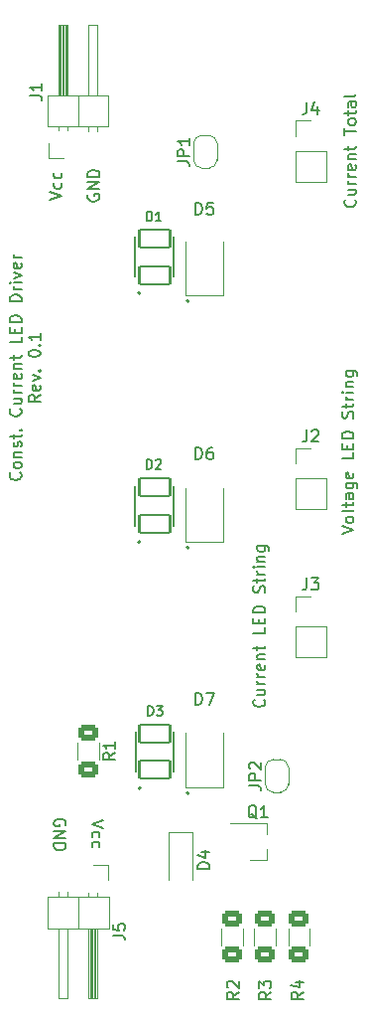
<source format=gto>
G04 #@! TF.GenerationSoftware,KiCad,Pcbnew,6.0.11-2627ca5db0~126~ubuntu22.04.1*
G04 #@! TF.CreationDate,2023-10-21T17:03:14+02:00*
G04 #@! TF.ProjectId,CC_LED_Driver,43435f4c-4544-45f4-9472-697665722e6b,rev?*
G04 #@! TF.SameCoordinates,Original*
G04 #@! TF.FileFunction,Legend,Top*
G04 #@! TF.FilePolarity,Positive*
%FSLAX46Y46*%
G04 Gerber Fmt 4.6, Leading zero omitted, Abs format (unit mm)*
G04 Created by KiCad (PCBNEW 6.0.11-2627ca5db0~126~ubuntu22.04.1) date 2023-10-21 17:03:14*
%MOMM*%
%LPD*%
G01*
G04 APERTURE LIST*
G04 Aperture macros list*
%AMRoundRect*
0 Rectangle with rounded corners*
0 $1 Rounding radius*
0 $2 $3 $4 $5 $6 $7 $8 $9 X,Y pos of 4 corners*
0 Add a 4 corners polygon primitive as box body*
4,1,4,$2,$3,$4,$5,$6,$7,$8,$9,$2,$3,0*
0 Add four circle primitives for the rounded corners*
1,1,$1+$1,$2,$3*
1,1,$1+$1,$4,$5*
1,1,$1+$1,$6,$7*
1,1,$1+$1,$8,$9*
0 Add four rect primitives between the rounded corners*
20,1,$1+$1,$2,$3,$4,$5,0*
20,1,$1+$1,$4,$5,$6,$7,0*
20,1,$1+$1,$6,$7,$8,$9,0*
20,1,$1+$1,$8,$9,$2,$3,0*%
%AMFreePoly0*
4,1,22,0.500000,-0.750000,0.000000,-0.750000,0.000000,-0.745033,-0.079941,-0.743568,-0.215256,-0.701293,-0.333266,-0.622738,-0.424486,-0.514219,-0.481581,-0.384460,-0.499164,-0.250000,-0.500000,-0.250000,-0.500000,0.250000,-0.499164,0.250000,-0.499963,0.256109,-0.478152,0.396186,-0.417904,0.524511,-0.324060,0.630769,-0.204165,0.706417,-0.067858,0.745374,0.000000,0.744959,0.000000,0.750000,
0.500000,0.750000,0.500000,-0.750000,0.500000,-0.750000,$1*%
%AMFreePoly1*
4,1,20,0.000000,0.744959,0.073905,0.744508,0.209726,0.703889,0.328688,0.626782,0.421226,0.519385,0.479903,0.390333,0.500000,0.250000,0.500000,-0.250000,0.499851,-0.262216,0.476331,-0.402017,0.414519,-0.529596,0.319384,-0.634700,0.198574,-0.708877,0.061801,-0.746166,0.000000,-0.745033,0.000000,-0.750000,-0.500000,-0.750000,-0.500000,0.750000,0.000000,0.750000,0.000000,0.744959,
0.000000,0.744959,$1*%
G04 Aperture macros list end*
%ADD10C,0.150000*%
%ADD11C,0.120000*%
%ADD12C,0.200000*%
%ADD13C,0.127000*%
%ADD14RoundRect,0.250000X-0.625000X0.400000X-0.625000X-0.400000X0.625000X-0.400000X0.625000X0.400000X0*%
%ADD15R,1.700000X1.700000*%
%ADD16O,1.700000X1.700000*%
%ADD17FreePoly0,90.000000*%
%ADD18FreePoly1,90.000000*%
%ADD19R,1.900000X0.800000*%
%ADD20R,2.200000X3.000000*%
%ADD21R,2.200000X2.050000*%
%ADD22RoundRect,0.102000X1.300000X-0.750000X1.300000X0.750000X-1.300000X0.750000X-1.300000X-0.750000X0*%
%ADD23R,1.200000X1.000000*%
G04 APERTURE END LIST*
D10*
X110802142Y-100178571D02*
X110849761Y-100226190D01*
X110897380Y-100369047D01*
X110897380Y-100464285D01*
X110849761Y-100607142D01*
X110754523Y-100702380D01*
X110659285Y-100750000D01*
X110468809Y-100797619D01*
X110325952Y-100797619D01*
X110135476Y-100750000D01*
X110040238Y-100702380D01*
X109945000Y-100607142D01*
X109897380Y-100464285D01*
X109897380Y-100369047D01*
X109945000Y-100226190D01*
X109992619Y-100178571D01*
X110897380Y-99607142D02*
X110849761Y-99702380D01*
X110802142Y-99750000D01*
X110706904Y-99797619D01*
X110421190Y-99797619D01*
X110325952Y-99750000D01*
X110278333Y-99702380D01*
X110230714Y-99607142D01*
X110230714Y-99464285D01*
X110278333Y-99369047D01*
X110325952Y-99321428D01*
X110421190Y-99273809D01*
X110706904Y-99273809D01*
X110802142Y-99321428D01*
X110849761Y-99369047D01*
X110897380Y-99464285D01*
X110897380Y-99607142D01*
X110230714Y-98845238D02*
X110897380Y-98845238D01*
X110325952Y-98845238D02*
X110278333Y-98797619D01*
X110230714Y-98702380D01*
X110230714Y-98559523D01*
X110278333Y-98464285D01*
X110373571Y-98416666D01*
X110897380Y-98416666D01*
X110849761Y-97988095D02*
X110897380Y-97892857D01*
X110897380Y-97702380D01*
X110849761Y-97607142D01*
X110754523Y-97559523D01*
X110706904Y-97559523D01*
X110611666Y-97607142D01*
X110564047Y-97702380D01*
X110564047Y-97845238D01*
X110516428Y-97940476D01*
X110421190Y-97988095D01*
X110373571Y-97988095D01*
X110278333Y-97940476D01*
X110230714Y-97845238D01*
X110230714Y-97702380D01*
X110278333Y-97607142D01*
X110230714Y-97273809D02*
X110230714Y-96892857D01*
X109897380Y-97130952D02*
X110754523Y-97130952D01*
X110849761Y-97083333D01*
X110897380Y-96988095D01*
X110897380Y-96892857D01*
X110802142Y-96559523D02*
X110849761Y-96511904D01*
X110897380Y-96559523D01*
X110849761Y-96607142D01*
X110802142Y-96559523D01*
X110897380Y-96559523D01*
X110802142Y-94750000D02*
X110849761Y-94797619D01*
X110897380Y-94940476D01*
X110897380Y-95035714D01*
X110849761Y-95178571D01*
X110754523Y-95273809D01*
X110659285Y-95321428D01*
X110468809Y-95369047D01*
X110325952Y-95369047D01*
X110135476Y-95321428D01*
X110040238Y-95273809D01*
X109945000Y-95178571D01*
X109897380Y-95035714D01*
X109897380Y-94940476D01*
X109945000Y-94797619D01*
X109992619Y-94750000D01*
X110230714Y-93892857D02*
X110897380Y-93892857D01*
X110230714Y-94321428D02*
X110754523Y-94321428D01*
X110849761Y-94273809D01*
X110897380Y-94178571D01*
X110897380Y-94035714D01*
X110849761Y-93940476D01*
X110802142Y-93892857D01*
X110897380Y-93416666D02*
X110230714Y-93416666D01*
X110421190Y-93416666D02*
X110325952Y-93369047D01*
X110278333Y-93321428D01*
X110230714Y-93226190D01*
X110230714Y-93130952D01*
X110897380Y-92797619D02*
X110230714Y-92797619D01*
X110421190Y-92797619D02*
X110325952Y-92750000D01*
X110278333Y-92702380D01*
X110230714Y-92607142D01*
X110230714Y-92511904D01*
X110849761Y-91797619D02*
X110897380Y-91892857D01*
X110897380Y-92083333D01*
X110849761Y-92178571D01*
X110754523Y-92226190D01*
X110373571Y-92226190D01*
X110278333Y-92178571D01*
X110230714Y-92083333D01*
X110230714Y-91892857D01*
X110278333Y-91797619D01*
X110373571Y-91750000D01*
X110468809Y-91750000D01*
X110564047Y-92226190D01*
X110230714Y-91321428D02*
X110897380Y-91321428D01*
X110325952Y-91321428D02*
X110278333Y-91273809D01*
X110230714Y-91178571D01*
X110230714Y-91035714D01*
X110278333Y-90940476D01*
X110373571Y-90892857D01*
X110897380Y-90892857D01*
X110230714Y-90559523D02*
X110230714Y-90178571D01*
X109897380Y-90416666D02*
X110754523Y-90416666D01*
X110849761Y-90369047D01*
X110897380Y-90273809D01*
X110897380Y-90178571D01*
X110897380Y-88607142D02*
X110897380Y-89083333D01*
X109897380Y-89083333D01*
X110373571Y-88273809D02*
X110373571Y-87940476D01*
X110897380Y-87797619D02*
X110897380Y-88273809D01*
X109897380Y-88273809D01*
X109897380Y-87797619D01*
X110897380Y-87369047D02*
X109897380Y-87369047D01*
X109897380Y-87130952D01*
X109945000Y-86988095D01*
X110040238Y-86892857D01*
X110135476Y-86845238D01*
X110325952Y-86797619D01*
X110468809Y-86797619D01*
X110659285Y-86845238D01*
X110754523Y-86892857D01*
X110849761Y-86988095D01*
X110897380Y-87130952D01*
X110897380Y-87369047D01*
X110897380Y-85607142D02*
X109897380Y-85607142D01*
X109897380Y-85369047D01*
X109945000Y-85226190D01*
X110040238Y-85130952D01*
X110135476Y-85083333D01*
X110325952Y-85035714D01*
X110468809Y-85035714D01*
X110659285Y-85083333D01*
X110754523Y-85130952D01*
X110849761Y-85226190D01*
X110897380Y-85369047D01*
X110897380Y-85607142D01*
X110897380Y-84607142D02*
X110230714Y-84607142D01*
X110421190Y-84607142D02*
X110325952Y-84559523D01*
X110278333Y-84511904D01*
X110230714Y-84416666D01*
X110230714Y-84321428D01*
X110897380Y-83988095D02*
X110230714Y-83988095D01*
X109897380Y-83988095D02*
X109945000Y-84035714D01*
X109992619Y-83988095D01*
X109945000Y-83940476D01*
X109897380Y-83988095D01*
X109992619Y-83988095D01*
X110230714Y-83607142D02*
X110897380Y-83369047D01*
X110230714Y-83130952D01*
X110849761Y-82369047D02*
X110897380Y-82464285D01*
X110897380Y-82654761D01*
X110849761Y-82750000D01*
X110754523Y-82797619D01*
X110373571Y-82797619D01*
X110278333Y-82750000D01*
X110230714Y-82654761D01*
X110230714Y-82464285D01*
X110278333Y-82369047D01*
X110373571Y-82321428D01*
X110468809Y-82321428D01*
X110564047Y-82797619D01*
X110897380Y-81892857D02*
X110230714Y-81892857D01*
X110421190Y-81892857D02*
X110325952Y-81845238D01*
X110278333Y-81797619D01*
X110230714Y-81702380D01*
X110230714Y-81607142D01*
X112507380Y-93559523D02*
X112031190Y-93892857D01*
X112507380Y-94130952D02*
X111507380Y-94130952D01*
X111507380Y-93750000D01*
X111555000Y-93654761D01*
X111602619Y-93607142D01*
X111697857Y-93559523D01*
X111840714Y-93559523D01*
X111935952Y-93607142D01*
X111983571Y-93654761D01*
X112031190Y-93750000D01*
X112031190Y-94130952D01*
X112459761Y-92750000D02*
X112507380Y-92845238D01*
X112507380Y-93035714D01*
X112459761Y-93130952D01*
X112364523Y-93178571D01*
X111983571Y-93178571D01*
X111888333Y-93130952D01*
X111840714Y-93035714D01*
X111840714Y-92845238D01*
X111888333Y-92750000D01*
X111983571Y-92702380D01*
X112078809Y-92702380D01*
X112174047Y-93178571D01*
X111840714Y-92369047D02*
X112507380Y-92130952D01*
X111840714Y-91892857D01*
X112412142Y-91511904D02*
X112459761Y-91464285D01*
X112507380Y-91511904D01*
X112459761Y-91559523D01*
X112412142Y-91511904D01*
X112507380Y-91511904D01*
X111507380Y-90083333D02*
X111507380Y-89988095D01*
X111555000Y-89892857D01*
X111602619Y-89845238D01*
X111697857Y-89797619D01*
X111888333Y-89750000D01*
X112126428Y-89750000D01*
X112316904Y-89797619D01*
X112412142Y-89845238D01*
X112459761Y-89892857D01*
X112507380Y-89988095D01*
X112507380Y-90083333D01*
X112459761Y-90178571D01*
X112412142Y-90226190D01*
X112316904Y-90273809D01*
X112126428Y-90321428D01*
X111888333Y-90321428D01*
X111697857Y-90273809D01*
X111602619Y-90226190D01*
X111555000Y-90178571D01*
X111507380Y-90083333D01*
X112412142Y-89321428D02*
X112459761Y-89273809D01*
X112507380Y-89321428D01*
X112459761Y-89369047D01*
X112412142Y-89321428D01*
X112507380Y-89321428D01*
X112507380Y-88321428D02*
X112507380Y-88892857D01*
X112507380Y-88607142D02*
X111507380Y-88607142D01*
X111650238Y-88702380D01*
X111745476Y-88797619D01*
X111793095Y-88892857D01*
X117907619Y-129809523D02*
X116907619Y-130142857D01*
X117907619Y-130476190D01*
X116955238Y-131238095D02*
X116907619Y-131142857D01*
X116907619Y-130952380D01*
X116955238Y-130857142D01*
X117002857Y-130809523D01*
X117098095Y-130761904D01*
X117383809Y-130761904D01*
X117479047Y-130809523D01*
X117526666Y-130857142D01*
X117574285Y-130952380D01*
X117574285Y-131142857D01*
X117526666Y-131238095D01*
X116955238Y-132095238D02*
X116907619Y-132000000D01*
X116907619Y-131809523D01*
X116955238Y-131714285D01*
X117002857Y-131666666D01*
X117098095Y-131619047D01*
X117383809Y-131619047D01*
X117479047Y-131666666D01*
X117526666Y-131714285D01*
X117574285Y-131809523D01*
X117574285Y-132000000D01*
X117526666Y-132095238D01*
X114640000Y-130238095D02*
X114687619Y-130142857D01*
X114687619Y-130000000D01*
X114640000Y-129857142D01*
X114544761Y-129761904D01*
X114449523Y-129714285D01*
X114259047Y-129666666D01*
X114116190Y-129666666D01*
X113925714Y-129714285D01*
X113830476Y-129761904D01*
X113735238Y-129857142D01*
X113687619Y-130000000D01*
X113687619Y-130095238D01*
X113735238Y-130238095D01*
X113782857Y-130285714D01*
X114116190Y-130285714D01*
X114116190Y-130095238D01*
X113687619Y-130714285D02*
X114687619Y-130714285D01*
X113687619Y-131285714D01*
X114687619Y-131285714D01*
X113687619Y-131761904D02*
X114687619Y-131761904D01*
X114687619Y-132000000D01*
X114640000Y-132142857D01*
X114544761Y-132238095D01*
X114449523Y-132285714D01*
X114259047Y-132333333D01*
X114116190Y-132333333D01*
X113925714Y-132285714D01*
X113830476Y-132238095D01*
X113735238Y-132142857D01*
X113687619Y-132000000D01*
X113687619Y-131761904D01*
X139357142Y-76942857D02*
X139404761Y-76990476D01*
X139452380Y-77133333D01*
X139452380Y-77228571D01*
X139404761Y-77371428D01*
X139309523Y-77466666D01*
X139214285Y-77514285D01*
X139023809Y-77561904D01*
X138880952Y-77561904D01*
X138690476Y-77514285D01*
X138595238Y-77466666D01*
X138500000Y-77371428D01*
X138452380Y-77228571D01*
X138452380Y-77133333D01*
X138500000Y-76990476D01*
X138547619Y-76942857D01*
X138785714Y-76085714D02*
X139452380Y-76085714D01*
X138785714Y-76514285D02*
X139309523Y-76514285D01*
X139404761Y-76466666D01*
X139452380Y-76371428D01*
X139452380Y-76228571D01*
X139404761Y-76133333D01*
X139357142Y-76085714D01*
X139452380Y-75609523D02*
X138785714Y-75609523D01*
X138976190Y-75609523D02*
X138880952Y-75561904D01*
X138833333Y-75514285D01*
X138785714Y-75419047D01*
X138785714Y-75323809D01*
X139452380Y-74990476D02*
X138785714Y-74990476D01*
X138976190Y-74990476D02*
X138880952Y-74942857D01*
X138833333Y-74895238D01*
X138785714Y-74800000D01*
X138785714Y-74704761D01*
X139404761Y-73990476D02*
X139452380Y-74085714D01*
X139452380Y-74276190D01*
X139404761Y-74371428D01*
X139309523Y-74419047D01*
X138928571Y-74419047D01*
X138833333Y-74371428D01*
X138785714Y-74276190D01*
X138785714Y-74085714D01*
X138833333Y-73990476D01*
X138928571Y-73942857D01*
X139023809Y-73942857D01*
X139119047Y-74419047D01*
X138785714Y-73514285D02*
X139452380Y-73514285D01*
X138880952Y-73514285D02*
X138833333Y-73466666D01*
X138785714Y-73371428D01*
X138785714Y-73228571D01*
X138833333Y-73133333D01*
X138928571Y-73085714D01*
X139452380Y-73085714D01*
X138785714Y-72752380D02*
X138785714Y-72371428D01*
X138452380Y-72609523D02*
X139309523Y-72609523D01*
X139404761Y-72561904D01*
X139452380Y-72466666D01*
X139452380Y-72371428D01*
X138452380Y-71419047D02*
X138452380Y-70847619D01*
X139452380Y-71133333D02*
X138452380Y-71133333D01*
X139452380Y-70371428D02*
X139404761Y-70466666D01*
X139357142Y-70514285D01*
X139261904Y-70561904D01*
X138976190Y-70561904D01*
X138880952Y-70514285D01*
X138833333Y-70466666D01*
X138785714Y-70371428D01*
X138785714Y-70228571D01*
X138833333Y-70133333D01*
X138880952Y-70085714D01*
X138976190Y-70038095D01*
X139261904Y-70038095D01*
X139357142Y-70085714D01*
X139404761Y-70133333D01*
X139452380Y-70228571D01*
X139452380Y-70371428D01*
X138785714Y-69752380D02*
X138785714Y-69371428D01*
X138452380Y-69609523D02*
X139309523Y-69609523D01*
X139404761Y-69561904D01*
X139452380Y-69466666D01*
X139452380Y-69371428D01*
X139452380Y-68609523D02*
X138928571Y-68609523D01*
X138833333Y-68657142D01*
X138785714Y-68752380D01*
X138785714Y-68942857D01*
X138833333Y-69038095D01*
X139404761Y-68609523D02*
X139452380Y-68704761D01*
X139452380Y-68942857D01*
X139404761Y-69038095D01*
X139309523Y-69085714D01*
X139214285Y-69085714D01*
X139119047Y-69038095D01*
X139071428Y-68942857D01*
X139071428Y-68704761D01*
X139023809Y-68609523D01*
X139452380Y-67990476D02*
X139404761Y-68085714D01*
X139309523Y-68133333D01*
X138452380Y-68133333D01*
X113342380Y-76940476D02*
X114342380Y-76607142D01*
X113342380Y-76273809D01*
X114294761Y-75511904D02*
X114342380Y-75607142D01*
X114342380Y-75797619D01*
X114294761Y-75892857D01*
X114247142Y-75940476D01*
X114151904Y-75988095D01*
X113866190Y-75988095D01*
X113770952Y-75940476D01*
X113723333Y-75892857D01*
X113675714Y-75797619D01*
X113675714Y-75607142D01*
X113723333Y-75511904D01*
X114294761Y-74654761D02*
X114342380Y-74750000D01*
X114342380Y-74940476D01*
X114294761Y-75035714D01*
X114247142Y-75083333D01*
X114151904Y-75130952D01*
X113866190Y-75130952D01*
X113770952Y-75083333D01*
X113723333Y-75035714D01*
X113675714Y-74940476D01*
X113675714Y-74750000D01*
X113723333Y-74654761D01*
X116610000Y-76511904D02*
X116562380Y-76607142D01*
X116562380Y-76750000D01*
X116610000Y-76892857D01*
X116705238Y-76988095D01*
X116800476Y-77035714D01*
X116990952Y-77083333D01*
X117133809Y-77083333D01*
X117324285Y-77035714D01*
X117419523Y-76988095D01*
X117514761Y-76892857D01*
X117562380Y-76750000D01*
X117562380Y-76654761D01*
X117514761Y-76511904D01*
X117467142Y-76464285D01*
X117133809Y-76464285D01*
X117133809Y-76654761D01*
X117562380Y-76035714D02*
X116562380Y-76035714D01*
X117562380Y-75464285D01*
X116562380Y-75464285D01*
X117562380Y-74988095D02*
X116562380Y-74988095D01*
X116562380Y-74750000D01*
X116610000Y-74607142D01*
X116705238Y-74511904D01*
X116800476Y-74464285D01*
X116990952Y-74416666D01*
X117133809Y-74416666D01*
X117324285Y-74464285D01*
X117419523Y-74511904D01*
X117514761Y-74607142D01*
X117562380Y-74750000D01*
X117562380Y-74988095D01*
X131607142Y-119511904D02*
X131654761Y-119559523D01*
X131702380Y-119702380D01*
X131702380Y-119797619D01*
X131654761Y-119940476D01*
X131559523Y-120035714D01*
X131464285Y-120083333D01*
X131273809Y-120130952D01*
X131130952Y-120130952D01*
X130940476Y-120083333D01*
X130845238Y-120035714D01*
X130750000Y-119940476D01*
X130702380Y-119797619D01*
X130702380Y-119702380D01*
X130750000Y-119559523D01*
X130797619Y-119511904D01*
X131035714Y-118654761D02*
X131702380Y-118654761D01*
X131035714Y-119083333D02*
X131559523Y-119083333D01*
X131654761Y-119035714D01*
X131702380Y-118940476D01*
X131702380Y-118797619D01*
X131654761Y-118702380D01*
X131607142Y-118654761D01*
X131702380Y-118178571D02*
X131035714Y-118178571D01*
X131226190Y-118178571D02*
X131130952Y-118130952D01*
X131083333Y-118083333D01*
X131035714Y-117988095D01*
X131035714Y-117892857D01*
X131702380Y-117559523D02*
X131035714Y-117559523D01*
X131226190Y-117559523D02*
X131130952Y-117511904D01*
X131083333Y-117464285D01*
X131035714Y-117369047D01*
X131035714Y-117273809D01*
X131654761Y-116559523D02*
X131702380Y-116654761D01*
X131702380Y-116845238D01*
X131654761Y-116940476D01*
X131559523Y-116988095D01*
X131178571Y-116988095D01*
X131083333Y-116940476D01*
X131035714Y-116845238D01*
X131035714Y-116654761D01*
X131083333Y-116559523D01*
X131178571Y-116511904D01*
X131273809Y-116511904D01*
X131369047Y-116988095D01*
X131035714Y-116083333D02*
X131702380Y-116083333D01*
X131130952Y-116083333D02*
X131083333Y-116035714D01*
X131035714Y-115940476D01*
X131035714Y-115797619D01*
X131083333Y-115702380D01*
X131178571Y-115654761D01*
X131702380Y-115654761D01*
X131035714Y-115321428D02*
X131035714Y-114940476D01*
X130702380Y-115178571D02*
X131559523Y-115178571D01*
X131654761Y-115130952D01*
X131702380Y-115035714D01*
X131702380Y-114940476D01*
X131702380Y-113369047D02*
X131702380Y-113845238D01*
X130702380Y-113845238D01*
X131178571Y-113035714D02*
X131178571Y-112702380D01*
X131702380Y-112559523D02*
X131702380Y-113035714D01*
X130702380Y-113035714D01*
X130702380Y-112559523D01*
X131702380Y-112130952D02*
X130702380Y-112130952D01*
X130702380Y-111892857D01*
X130750000Y-111750000D01*
X130845238Y-111654761D01*
X130940476Y-111607142D01*
X131130952Y-111559523D01*
X131273809Y-111559523D01*
X131464285Y-111607142D01*
X131559523Y-111654761D01*
X131654761Y-111750000D01*
X131702380Y-111892857D01*
X131702380Y-112130952D01*
X131654761Y-110416666D02*
X131702380Y-110273809D01*
X131702380Y-110035714D01*
X131654761Y-109940476D01*
X131607142Y-109892857D01*
X131511904Y-109845238D01*
X131416666Y-109845238D01*
X131321428Y-109892857D01*
X131273809Y-109940476D01*
X131226190Y-110035714D01*
X131178571Y-110226190D01*
X131130952Y-110321428D01*
X131083333Y-110369047D01*
X130988095Y-110416666D01*
X130892857Y-110416666D01*
X130797619Y-110369047D01*
X130750000Y-110321428D01*
X130702380Y-110226190D01*
X130702380Y-109988095D01*
X130750000Y-109845238D01*
X131035714Y-109559523D02*
X131035714Y-109178571D01*
X130702380Y-109416666D02*
X131559523Y-109416666D01*
X131654761Y-109369047D01*
X131702380Y-109273809D01*
X131702380Y-109178571D01*
X131702380Y-108845238D02*
X131035714Y-108845238D01*
X131226190Y-108845238D02*
X131130952Y-108797619D01*
X131083333Y-108750000D01*
X131035714Y-108654761D01*
X131035714Y-108559523D01*
X131702380Y-108226190D02*
X131035714Y-108226190D01*
X130702380Y-108226190D02*
X130750000Y-108273809D01*
X130797619Y-108226190D01*
X130750000Y-108178571D01*
X130702380Y-108226190D01*
X130797619Y-108226190D01*
X131035714Y-107750000D02*
X131702380Y-107750000D01*
X131130952Y-107750000D02*
X131083333Y-107702380D01*
X131035714Y-107607142D01*
X131035714Y-107464285D01*
X131083333Y-107369047D01*
X131178571Y-107321428D01*
X131702380Y-107321428D01*
X131035714Y-106416666D02*
X131845238Y-106416666D01*
X131940476Y-106464285D01*
X131988095Y-106511904D01*
X132035714Y-106607142D01*
X132035714Y-106750000D01*
X131988095Y-106845238D01*
X131654761Y-106416666D02*
X131702380Y-106511904D01*
X131702380Y-106702380D01*
X131654761Y-106797619D01*
X131607142Y-106845238D01*
X131511904Y-106892857D01*
X131226190Y-106892857D01*
X131130952Y-106845238D01*
X131083333Y-106797619D01*
X131035714Y-106702380D01*
X131035714Y-106511904D01*
X131083333Y-106416666D01*
X138252380Y-105400000D02*
X139252380Y-105066666D01*
X138252380Y-104733333D01*
X139252380Y-104257142D02*
X139204761Y-104352380D01*
X139157142Y-104400000D01*
X139061904Y-104447619D01*
X138776190Y-104447619D01*
X138680952Y-104400000D01*
X138633333Y-104352380D01*
X138585714Y-104257142D01*
X138585714Y-104114285D01*
X138633333Y-104019047D01*
X138680952Y-103971428D01*
X138776190Y-103923809D01*
X139061904Y-103923809D01*
X139157142Y-103971428D01*
X139204761Y-104019047D01*
X139252380Y-104114285D01*
X139252380Y-104257142D01*
X139252380Y-103352380D02*
X139204761Y-103447619D01*
X139109523Y-103495238D01*
X138252380Y-103495238D01*
X138585714Y-103114285D02*
X138585714Y-102733333D01*
X138252380Y-102971428D02*
X139109523Y-102971428D01*
X139204761Y-102923809D01*
X139252380Y-102828571D01*
X139252380Y-102733333D01*
X139252380Y-101971428D02*
X138728571Y-101971428D01*
X138633333Y-102019047D01*
X138585714Y-102114285D01*
X138585714Y-102304761D01*
X138633333Y-102400000D01*
X139204761Y-101971428D02*
X139252380Y-102066666D01*
X139252380Y-102304761D01*
X139204761Y-102400000D01*
X139109523Y-102447619D01*
X139014285Y-102447619D01*
X138919047Y-102400000D01*
X138871428Y-102304761D01*
X138871428Y-102066666D01*
X138823809Y-101971428D01*
X138585714Y-101066666D02*
X139395238Y-101066666D01*
X139490476Y-101114285D01*
X139538095Y-101161904D01*
X139585714Y-101257142D01*
X139585714Y-101400000D01*
X139538095Y-101495238D01*
X139204761Y-101066666D02*
X139252380Y-101161904D01*
X139252380Y-101352380D01*
X139204761Y-101447619D01*
X139157142Y-101495238D01*
X139061904Y-101542857D01*
X138776190Y-101542857D01*
X138680952Y-101495238D01*
X138633333Y-101447619D01*
X138585714Y-101352380D01*
X138585714Y-101161904D01*
X138633333Y-101066666D01*
X139204761Y-100209523D02*
X139252380Y-100304761D01*
X139252380Y-100495238D01*
X139204761Y-100590476D01*
X139109523Y-100638095D01*
X138728571Y-100638095D01*
X138633333Y-100590476D01*
X138585714Y-100495238D01*
X138585714Y-100304761D01*
X138633333Y-100209523D01*
X138728571Y-100161904D01*
X138823809Y-100161904D01*
X138919047Y-100638095D01*
X139252380Y-98495238D02*
X139252380Y-98971428D01*
X138252380Y-98971428D01*
X138728571Y-98161904D02*
X138728571Y-97828571D01*
X139252380Y-97685714D02*
X139252380Y-98161904D01*
X138252380Y-98161904D01*
X138252380Y-97685714D01*
X139252380Y-97257142D02*
X138252380Y-97257142D01*
X138252380Y-97019047D01*
X138300000Y-96876190D01*
X138395238Y-96780952D01*
X138490476Y-96733333D01*
X138680952Y-96685714D01*
X138823809Y-96685714D01*
X139014285Y-96733333D01*
X139109523Y-96780952D01*
X139204761Y-96876190D01*
X139252380Y-97019047D01*
X139252380Y-97257142D01*
X139204761Y-95542857D02*
X139252380Y-95400000D01*
X139252380Y-95161904D01*
X139204761Y-95066666D01*
X139157142Y-95019047D01*
X139061904Y-94971428D01*
X138966666Y-94971428D01*
X138871428Y-95019047D01*
X138823809Y-95066666D01*
X138776190Y-95161904D01*
X138728571Y-95352380D01*
X138680952Y-95447619D01*
X138633333Y-95495238D01*
X138538095Y-95542857D01*
X138442857Y-95542857D01*
X138347619Y-95495238D01*
X138300000Y-95447619D01*
X138252380Y-95352380D01*
X138252380Y-95114285D01*
X138300000Y-94971428D01*
X138585714Y-94685714D02*
X138585714Y-94304761D01*
X138252380Y-94542857D02*
X139109523Y-94542857D01*
X139204761Y-94495238D01*
X139252380Y-94400000D01*
X139252380Y-94304761D01*
X139252380Y-93971428D02*
X138585714Y-93971428D01*
X138776190Y-93971428D02*
X138680952Y-93923809D01*
X138633333Y-93876190D01*
X138585714Y-93780952D01*
X138585714Y-93685714D01*
X139252380Y-93352380D02*
X138585714Y-93352380D01*
X138252380Y-93352380D02*
X138300000Y-93400000D01*
X138347619Y-93352380D01*
X138300000Y-93304761D01*
X138252380Y-93352380D01*
X138347619Y-93352380D01*
X138585714Y-92876190D02*
X139252380Y-92876190D01*
X138680952Y-92876190D02*
X138633333Y-92828571D01*
X138585714Y-92733333D01*
X138585714Y-92590476D01*
X138633333Y-92495238D01*
X138728571Y-92447619D01*
X139252380Y-92447619D01*
X138585714Y-91542857D02*
X139395238Y-91542857D01*
X139490476Y-91590476D01*
X139538095Y-91638095D01*
X139585714Y-91733333D01*
X139585714Y-91876190D01*
X139538095Y-91971428D01*
X139204761Y-91542857D02*
X139252380Y-91638095D01*
X139252380Y-91828571D01*
X139204761Y-91923809D01*
X139157142Y-91971428D01*
X139061904Y-92019047D01*
X138776190Y-92019047D01*
X138680952Y-91971428D01*
X138633333Y-91923809D01*
X138585714Y-91828571D01*
X138585714Y-91638095D01*
X138633333Y-91542857D01*
X129452380Y-144416666D02*
X128976190Y-144750000D01*
X129452380Y-144988095D02*
X128452380Y-144988095D01*
X128452380Y-144607142D01*
X128500000Y-144511904D01*
X128547619Y-144464285D01*
X128642857Y-144416666D01*
X128785714Y-144416666D01*
X128880952Y-144464285D01*
X128928571Y-144511904D01*
X128976190Y-144607142D01*
X128976190Y-144988095D01*
X128547619Y-144035714D02*
X128500000Y-143988095D01*
X128452380Y-143892857D01*
X128452380Y-143654761D01*
X128500000Y-143559523D01*
X128547619Y-143511904D01*
X128642857Y-143464285D01*
X128738095Y-143464285D01*
X128880952Y-143511904D01*
X129452380Y-144083333D01*
X129452380Y-143464285D01*
X135266666Y-109147380D02*
X135266666Y-109861666D01*
X135219047Y-110004523D01*
X135123809Y-110099761D01*
X134980952Y-110147380D01*
X134885714Y-110147380D01*
X135647619Y-109147380D02*
X136266666Y-109147380D01*
X135933333Y-109528333D01*
X136076190Y-109528333D01*
X136171428Y-109575952D01*
X136219047Y-109623571D01*
X136266666Y-109718809D01*
X136266666Y-109956904D01*
X136219047Y-110052142D01*
X136171428Y-110099761D01*
X136076190Y-110147380D01*
X135790476Y-110147380D01*
X135695238Y-110099761D01*
X135647619Y-110052142D01*
X111657380Y-68073333D02*
X112371666Y-68073333D01*
X112514523Y-68120952D01*
X112609761Y-68216190D01*
X112657380Y-68359047D01*
X112657380Y-68454285D01*
X112657380Y-67073333D02*
X112657380Y-67644761D01*
X112657380Y-67359047D02*
X111657380Y-67359047D01*
X111800238Y-67454285D01*
X111895476Y-67549523D01*
X111943095Y-67644761D01*
X124252380Y-73683334D02*
X124966666Y-73683334D01*
X125109523Y-73730953D01*
X125204761Y-73826191D01*
X125252380Y-73969048D01*
X125252380Y-74064286D01*
X125252380Y-73207143D02*
X124252380Y-73207143D01*
X124252380Y-72826191D01*
X124300000Y-72730953D01*
X124347619Y-72683334D01*
X124442857Y-72635715D01*
X124585714Y-72635715D01*
X124680952Y-72683334D01*
X124728571Y-72730953D01*
X124776190Y-72826191D01*
X124776190Y-73207143D01*
X125252380Y-71683334D02*
X125252380Y-72254762D01*
X125252380Y-71969048D02*
X124252380Y-71969048D01*
X124395238Y-72064286D01*
X124490476Y-72159524D01*
X124538095Y-72254762D01*
X131004761Y-129647619D02*
X130909523Y-129600000D01*
X130814285Y-129504761D01*
X130671428Y-129361904D01*
X130576190Y-129314285D01*
X130480952Y-129314285D01*
X130528571Y-129552380D02*
X130433333Y-129504761D01*
X130338095Y-129409523D01*
X130290476Y-129219047D01*
X130290476Y-128885714D01*
X130338095Y-128695238D01*
X130433333Y-128600000D01*
X130528571Y-128552380D01*
X130719047Y-128552380D01*
X130814285Y-128600000D01*
X130909523Y-128695238D01*
X130957142Y-128885714D01*
X130957142Y-129219047D01*
X130909523Y-129409523D01*
X130814285Y-129504761D01*
X130719047Y-129552380D01*
X130528571Y-129552380D01*
X131909523Y-129552380D02*
X131338095Y-129552380D01*
X131623809Y-129552380D02*
X131623809Y-128552380D01*
X131528571Y-128695238D01*
X131433333Y-128790476D01*
X131338095Y-128838095D01*
X125761904Y-119952380D02*
X125761904Y-118952380D01*
X126000000Y-118952380D01*
X126142857Y-119000000D01*
X126238095Y-119095238D01*
X126285714Y-119190476D01*
X126333333Y-119380952D01*
X126333333Y-119523809D01*
X126285714Y-119714285D01*
X126238095Y-119809523D01*
X126142857Y-119904761D01*
X126000000Y-119952380D01*
X125761904Y-119952380D01*
X126666666Y-118952380D02*
X127333333Y-118952380D01*
X126904761Y-119952380D01*
X125761904Y-99052380D02*
X125761904Y-98052380D01*
X126000000Y-98052380D01*
X126142857Y-98100000D01*
X126238095Y-98195238D01*
X126285714Y-98290476D01*
X126333333Y-98480952D01*
X126333333Y-98623809D01*
X126285714Y-98814285D01*
X126238095Y-98909523D01*
X126142857Y-99004761D01*
X126000000Y-99052380D01*
X125761904Y-99052380D01*
X127190476Y-98052380D02*
X127000000Y-98052380D01*
X126904761Y-98100000D01*
X126857142Y-98147619D01*
X126761904Y-98290476D01*
X126714285Y-98480952D01*
X126714285Y-98861904D01*
X126761904Y-98957142D01*
X126809523Y-99004761D01*
X126904761Y-99052380D01*
X127095238Y-99052380D01*
X127190476Y-99004761D01*
X127238095Y-98957142D01*
X127285714Y-98861904D01*
X127285714Y-98623809D01*
X127238095Y-98528571D01*
X127190476Y-98480952D01*
X127095238Y-98433333D01*
X126904761Y-98433333D01*
X126809523Y-98480952D01*
X126761904Y-98528571D01*
X126714285Y-98623809D01*
X121609523Y-78761904D02*
X121609523Y-77961904D01*
X121800000Y-77961904D01*
X121914285Y-78000000D01*
X121990476Y-78076190D01*
X122028571Y-78152380D01*
X122066666Y-78304761D01*
X122066666Y-78419047D01*
X122028571Y-78571428D01*
X121990476Y-78647619D01*
X121914285Y-78723809D01*
X121800000Y-78761904D01*
X121609523Y-78761904D01*
X122828571Y-78761904D02*
X122371428Y-78761904D01*
X122600000Y-78761904D02*
X122600000Y-77961904D01*
X122523809Y-78076190D01*
X122447619Y-78152380D01*
X122371428Y-78190476D01*
X132202380Y-144416666D02*
X131726190Y-144750000D01*
X132202380Y-144988095D02*
X131202380Y-144988095D01*
X131202380Y-144607142D01*
X131250000Y-144511904D01*
X131297619Y-144464285D01*
X131392857Y-144416666D01*
X131535714Y-144416666D01*
X131630952Y-144464285D01*
X131678571Y-144511904D01*
X131726190Y-144607142D01*
X131726190Y-144988095D01*
X131202380Y-144083333D02*
X131202380Y-143464285D01*
X131583333Y-143797619D01*
X131583333Y-143654761D01*
X131630952Y-143559523D01*
X131678571Y-143511904D01*
X131773809Y-143464285D01*
X132011904Y-143464285D01*
X132107142Y-143511904D01*
X132154761Y-143559523D01*
X132202380Y-143654761D01*
X132202380Y-143940476D01*
X132154761Y-144035714D01*
X132107142Y-144083333D01*
X121609523Y-99861904D02*
X121609523Y-99061904D01*
X121800000Y-99061904D01*
X121914285Y-99100000D01*
X121990476Y-99176190D01*
X122028571Y-99252380D01*
X122066666Y-99404761D01*
X122066666Y-99519047D01*
X122028571Y-99671428D01*
X121990476Y-99747619D01*
X121914285Y-99823809D01*
X121800000Y-99861904D01*
X121609523Y-99861904D01*
X122371428Y-99138095D02*
X122409523Y-99100000D01*
X122485714Y-99061904D01*
X122676190Y-99061904D01*
X122752380Y-99100000D01*
X122790476Y-99138095D01*
X122828571Y-99214285D01*
X122828571Y-99290476D01*
X122790476Y-99404761D01*
X122333333Y-99861904D01*
X122828571Y-99861904D01*
X118747380Y-139593333D02*
X119461666Y-139593333D01*
X119604523Y-139640952D01*
X119699761Y-139736190D01*
X119747380Y-139879047D01*
X119747380Y-139974285D01*
X118747380Y-138640952D02*
X118747380Y-139117142D01*
X119223571Y-139164761D01*
X119175952Y-139117142D01*
X119128333Y-139021904D01*
X119128333Y-138783809D01*
X119175952Y-138688571D01*
X119223571Y-138640952D01*
X119318809Y-138593333D01*
X119556904Y-138593333D01*
X119652142Y-138640952D01*
X119699761Y-138688571D01*
X119747380Y-138783809D01*
X119747380Y-139021904D01*
X119699761Y-139117142D01*
X119652142Y-139164761D01*
X121709523Y-120861904D02*
X121709523Y-120061904D01*
X121900000Y-120061904D01*
X122014285Y-120100000D01*
X122090476Y-120176190D01*
X122128571Y-120252380D01*
X122166666Y-120404761D01*
X122166666Y-120519047D01*
X122128571Y-120671428D01*
X122090476Y-120747619D01*
X122014285Y-120823809D01*
X121900000Y-120861904D01*
X121709523Y-120861904D01*
X122433333Y-120061904D02*
X122928571Y-120061904D01*
X122661904Y-120366666D01*
X122776190Y-120366666D01*
X122852380Y-120404761D01*
X122890476Y-120442857D01*
X122928571Y-120519047D01*
X122928571Y-120709523D01*
X122890476Y-120785714D01*
X122852380Y-120823809D01*
X122776190Y-120861904D01*
X122547619Y-120861904D01*
X122471428Y-120823809D01*
X122433333Y-120785714D01*
X125761904Y-78202380D02*
X125761904Y-77202380D01*
X126000000Y-77202380D01*
X126142857Y-77250000D01*
X126238095Y-77345238D01*
X126285714Y-77440476D01*
X126333333Y-77630952D01*
X126333333Y-77773809D01*
X126285714Y-77964285D01*
X126238095Y-78059523D01*
X126142857Y-78154761D01*
X126000000Y-78202380D01*
X125761904Y-78202380D01*
X127238095Y-77202380D02*
X126761904Y-77202380D01*
X126714285Y-77678571D01*
X126761904Y-77630952D01*
X126857142Y-77583333D01*
X127095238Y-77583333D01*
X127190476Y-77630952D01*
X127238095Y-77678571D01*
X127285714Y-77773809D01*
X127285714Y-78011904D01*
X127238095Y-78107142D01*
X127190476Y-78154761D01*
X127095238Y-78202380D01*
X126857142Y-78202380D01*
X126761904Y-78154761D01*
X126714285Y-78107142D01*
X126952380Y-133938095D02*
X125952380Y-133938095D01*
X125952380Y-133700000D01*
X126000000Y-133557142D01*
X126095238Y-133461904D01*
X126190476Y-133414285D01*
X126380952Y-133366666D01*
X126523809Y-133366666D01*
X126714285Y-133414285D01*
X126809523Y-133461904D01*
X126904761Y-133557142D01*
X126952380Y-133700000D01*
X126952380Y-133938095D01*
X126285714Y-132509523D02*
X126952380Y-132509523D01*
X125904761Y-132747619D02*
X126619047Y-132985714D01*
X126619047Y-132366666D01*
X130352380Y-126833333D02*
X131066666Y-126833333D01*
X131209523Y-126880952D01*
X131304761Y-126976190D01*
X131352380Y-127119047D01*
X131352380Y-127214285D01*
X131352380Y-126357142D02*
X130352380Y-126357142D01*
X130352380Y-125976190D01*
X130400000Y-125880952D01*
X130447619Y-125833333D01*
X130542857Y-125785714D01*
X130685714Y-125785714D01*
X130780952Y-125833333D01*
X130828571Y-125880952D01*
X130876190Y-125976190D01*
X130876190Y-126357142D01*
X130447619Y-125404761D02*
X130400000Y-125357142D01*
X130352380Y-125261904D01*
X130352380Y-125023809D01*
X130400000Y-124928571D01*
X130447619Y-124880952D01*
X130542857Y-124833333D01*
X130638095Y-124833333D01*
X130780952Y-124880952D01*
X131352380Y-125452380D01*
X131352380Y-124833333D01*
X134952380Y-144416666D02*
X134476190Y-144750000D01*
X134952380Y-144988095D02*
X133952380Y-144988095D01*
X133952380Y-144607142D01*
X134000000Y-144511904D01*
X134047619Y-144464285D01*
X134142857Y-144416666D01*
X134285714Y-144416666D01*
X134380952Y-144464285D01*
X134428571Y-144511904D01*
X134476190Y-144607142D01*
X134476190Y-144988095D01*
X134285714Y-143559523D02*
X134952380Y-143559523D01*
X133904761Y-143797619D02*
X134619047Y-144035714D01*
X134619047Y-143416666D01*
X118872380Y-124066666D02*
X118396190Y-124400000D01*
X118872380Y-124638095D02*
X117872380Y-124638095D01*
X117872380Y-124257142D01*
X117920000Y-124161904D01*
X117967619Y-124114285D01*
X118062857Y-124066666D01*
X118205714Y-124066666D01*
X118300952Y-124114285D01*
X118348571Y-124161904D01*
X118396190Y-124257142D01*
X118396190Y-124638095D01*
X118872380Y-123114285D02*
X118872380Y-123685714D01*
X118872380Y-123400000D02*
X117872380Y-123400000D01*
X118015238Y-123495238D01*
X118110476Y-123590476D01*
X118158095Y-123685714D01*
X135266666Y-68647380D02*
X135266666Y-69361666D01*
X135219047Y-69504523D01*
X135123809Y-69599761D01*
X134980952Y-69647380D01*
X134885714Y-69647380D01*
X136171428Y-68980714D02*
X136171428Y-69647380D01*
X135933333Y-68599761D02*
X135695238Y-69314047D01*
X136314285Y-69314047D01*
X135266666Y-96547380D02*
X135266666Y-97261666D01*
X135219047Y-97404523D01*
X135123809Y-97499761D01*
X134980952Y-97547380D01*
X134885714Y-97547380D01*
X135695238Y-96642619D02*
X135742857Y-96595000D01*
X135838095Y-96547380D01*
X136076190Y-96547380D01*
X136171428Y-96595000D01*
X136219047Y-96642619D01*
X136266666Y-96737857D01*
X136266666Y-96833095D01*
X136219047Y-96975952D01*
X135647619Y-97547380D01*
X136266666Y-97547380D01*
D11*
X127990000Y-138972936D02*
X127990000Y-140427064D01*
X129810000Y-138972936D02*
X129810000Y-140427064D01*
X134270000Y-113295000D02*
X136930000Y-113295000D01*
X134270000Y-112025000D02*
X134270000Y-110695000D01*
X134270000Y-113295000D02*
X134270000Y-115895000D01*
X134270000Y-110695000D02*
X135600000Y-110695000D01*
X136930000Y-113295000D02*
X136930000Y-115895000D01*
X134270000Y-115895000D02*
X136930000Y-115895000D01*
X114095000Y-68025000D02*
X114095000Y-62025000D01*
X118345000Y-68025000D02*
X113145000Y-68025000D01*
X115745000Y-70685000D02*
X115745000Y-68025000D01*
X117395000Y-62025000D02*
X117395000Y-68025000D01*
X114095000Y-71015000D02*
X114095000Y-70685000D01*
X114275000Y-68025000D02*
X114275000Y-62025000D01*
X114475000Y-73395000D02*
X113205000Y-73395000D01*
X116635000Y-62025000D02*
X117395000Y-62025000D01*
X114155000Y-68025000D02*
X114155000Y-62025000D01*
X114095000Y-62025000D02*
X114855000Y-62025000D01*
X114855000Y-62025000D02*
X114855000Y-68025000D01*
X114395000Y-68025000D02*
X114395000Y-62025000D01*
X114515000Y-68025000D02*
X114515000Y-62025000D01*
X114635000Y-68025000D02*
X114635000Y-62025000D01*
X113145000Y-70685000D02*
X118345000Y-70685000D01*
X118345000Y-70685000D02*
X118345000Y-68025000D01*
X116635000Y-71082071D02*
X116635000Y-70685000D01*
X117395000Y-71082071D02*
X117395000Y-70685000D01*
X114755000Y-68025000D02*
X114755000Y-62025000D01*
X113205000Y-73395000D02*
X113205000Y-72125000D01*
X116635000Y-68025000D02*
X116635000Y-62025000D01*
X114855000Y-71015000D02*
X114855000Y-70685000D01*
X113145000Y-68025000D02*
X113145000Y-70685000D01*
X126300000Y-71450001D02*
X126900000Y-71450001D01*
X126900000Y-74250001D02*
X126300000Y-74250001D01*
X127600000Y-72150001D02*
X127600000Y-73550001D01*
X125600000Y-73550001D02*
X125600000Y-72150001D01*
X125600000Y-73550001D02*
G75*
G03*
X126300000Y-74250001I699999J-1D01*
G01*
X126300000Y-71450001D02*
G75*
G03*
X125600000Y-72150001I0J-700000D01*
G01*
X127600000Y-72150001D02*
G75*
G03*
X126900000Y-71450001I-700000J0D01*
G01*
X126900000Y-74250001D02*
G75*
G03*
X127600000Y-73550001I1J699999D01*
G01*
X131860000Y-133180000D02*
X130400000Y-133180000D01*
X131860000Y-130020000D02*
X131860000Y-130950000D01*
X131860000Y-130020000D02*
X128700000Y-130020000D01*
X131860000Y-133180000D02*
X131860000Y-132250000D01*
X124900000Y-126975000D02*
X128100000Y-126975000D01*
X128100000Y-122375000D02*
X128100000Y-126975000D01*
X124900000Y-122375000D02*
X124900000Y-126975000D01*
D12*
X125200000Y-127475000D02*
G75*
G03*
X125200000Y-127475000I-100000J0D01*
G01*
D11*
X124900000Y-106075000D02*
X128100000Y-106075000D01*
X124900000Y-101475000D02*
X124900000Y-106075000D01*
X128100000Y-101475000D02*
X128100000Y-106075000D01*
D12*
X125200000Y-106575000D02*
G75*
G03*
X125200000Y-106575000I-100000J0D01*
G01*
D13*
X123870000Y-83500000D02*
X123870000Y-80100000D01*
X120630000Y-80100000D02*
X120630000Y-83500000D01*
D12*
X121050000Y-84900000D02*
G75*
G03*
X121050000Y-84900000I-100000J0D01*
G01*
D11*
X132610000Y-138972936D02*
X132610000Y-140427064D01*
X130790000Y-138972936D02*
X130790000Y-140427064D01*
D13*
X120630000Y-101300000D02*
X120630000Y-104700000D01*
X123870000Y-104700000D02*
X123870000Y-101300000D01*
D12*
X121050000Y-106100000D02*
G75*
G03*
X121050000Y-106100000I-100000J0D01*
G01*
D11*
X118295000Y-133605000D02*
X118295000Y-134875000D01*
X116645000Y-135985000D02*
X116645000Y-136315000D01*
X116645000Y-144975000D02*
X116645000Y-138975000D01*
X116745000Y-138975000D02*
X116745000Y-144975000D01*
X117345000Y-138975000D02*
X117345000Y-144975000D01*
X114105000Y-135917929D02*
X114105000Y-136315000D01*
X117405000Y-135985000D02*
X117405000Y-136315000D01*
X114865000Y-138975000D02*
X114865000Y-144975000D01*
X114865000Y-144975000D02*
X114105000Y-144975000D01*
X117405000Y-144975000D02*
X116645000Y-144975000D01*
X117405000Y-138975000D02*
X117405000Y-144975000D01*
X113155000Y-136315000D02*
X113155000Y-138975000D01*
X114105000Y-144975000D02*
X114105000Y-138975000D01*
X115755000Y-136315000D02*
X115755000Y-138975000D01*
X116985000Y-138975000D02*
X116985000Y-144975000D01*
X117225000Y-138975000D02*
X117225000Y-144975000D01*
X118355000Y-136315000D02*
X113155000Y-136315000D01*
X113155000Y-138975000D02*
X118355000Y-138975000D01*
X114865000Y-135917929D02*
X114865000Y-136315000D01*
X118355000Y-138975000D02*
X118355000Y-136315000D01*
X117105000Y-138975000D02*
X117105000Y-144975000D01*
X116865000Y-138975000D02*
X116865000Y-144975000D01*
X117025000Y-133605000D02*
X118295000Y-133605000D01*
D13*
X123920000Y-125650000D02*
X123920000Y-122250000D01*
X120680000Y-122250000D02*
X120680000Y-125650000D01*
D12*
X121100000Y-127050000D02*
G75*
G03*
X121100000Y-127050000I-100000J0D01*
G01*
D11*
X128100000Y-80475000D02*
X128100000Y-85075000D01*
X124900000Y-85075000D02*
X128100000Y-85075000D01*
X124900000Y-80475000D02*
X124900000Y-85075000D01*
D12*
X125200000Y-85575000D02*
G75*
G03*
X125200000Y-85575000I-100000J0D01*
G01*
D11*
X125500000Y-130800000D02*
X123500000Y-130800000D01*
X123500000Y-130800000D02*
X123500000Y-134850000D01*
X125500000Y-130800000D02*
X125500000Y-134850000D01*
X133700000Y-125300000D02*
X133700000Y-126700000D01*
X133000000Y-127400000D02*
X132400000Y-127400000D01*
X132400000Y-124600000D02*
X133000000Y-124600000D01*
X131700000Y-126700000D02*
X131700000Y-125300000D01*
X131700000Y-126700000D02*
G75*
G03*
X132400000Y-127400000I699999J-1D01*
G01*
X133700000Y-125300000D02*
G75*
G03*
X133000000Y-124600000I-700000J0D01*
G01*
X132400000Y-124600000D02*
G75*
G03*
X131700000Y-125300000I0J-700000D01*
G01*
X133000000Y-127400000D02*
G75*
G03*
X133700000Y-126700000I1J699999D01*
G01*
X135510000Y-138972936D02*
X135510000Y-140427064D01*
X133690000Y-138972936D02*
X133690000Y-140427064D01*
X115690000Y-123172936D02*
X115690000Y-124627064D01*
X117510000Y-123172936D02*
X117510000Y-124627064D01*
X134270000Y-75395000D02*
X136930000Y-75395000D01*
X134270000Y-70195000D02*
X135600000Y-70195000D01*
X134270000Y-71525000D02*
X134270000Y-70195000D01*
X136930000Y-72795000D02*
X136930000Y-75395000D01*
X134270000Y-72795000D02*
X134270000Y-75395000D01*
X134270000Y-72795000D02*
X136930000Y-72795000D01*
X134270000Y-99425000D02*
X134270000Y-98095000D01*
X134270000Y-100695000D02*
X134270000Y-103295000D01*
X134270000Y-103295000D02*
X136930000Y-103295000D01*
X134270000Y-100695000D02*
X136930000Y-100695000D01*
X136930000Y-100695000D02*
X136930000Y-103295000D01*
X134270000Y-98095000D02*
X135600000Y-98095000D01*
%LPC*%
D14*
X128900000Y-138150000D03*
X128900000Y-141250000D03*
D15*
X135600000Y-112025000D03*
D16*
X135600000Y-114565000D03*
D15*
X114475000Y-72125000D03*
D16*
X117015000Y-72125000D03*
D17*
X126600000Y-73500001D03*
D18*
X126600000Y-72200001D03*
D19*
X129600000Y-130650000D03*
X129600000Y-132550000D03*
X132600000Y-131600000D03*
D20*
X126500000Y-125075000D03*
D21*
X126500000Y-122000000D03*
D20*
X126500000Y-104175000D03*
D21*
X126500000Y-101100000D03*
D22*
X122250000Y-83350000D03*
X122250000Y-80250000D03*
D14*
X131700000Y-138150000D03*
X131700000Y-141250000D03*
D22*
X122250000Y-104550000D03*
X122250000Y-101450000D03*
D15*
X117025000Y-134875000D03*
D16*
X114485000Y-134875000D03*
D22*
X122300000Y-125500000D03*
X122300000Y-122400000D03*
D20*
X126500000Y-83175000D03*
D21*
X126500000Y-80100000D03*
D23*
X124500000Y-131500000D03*
X124500000Y-134900000D03*
D17*
X132700000Y-126650000D03*
D18*
X132700000Y-125350000D03*
D14*
X134600000Y-138150000D03*
X134600000Y-141250000D03*
X116600000Y-122350000D03*
X116600000Y-125450000D03*
D15*
X135600000Y-71525000D03*
D16*
X135600000Y-74065000D03*
D15*
X135600000Y-99425000D03*
D16*
X135600000Y-101965000D03*
M02*

</source>
